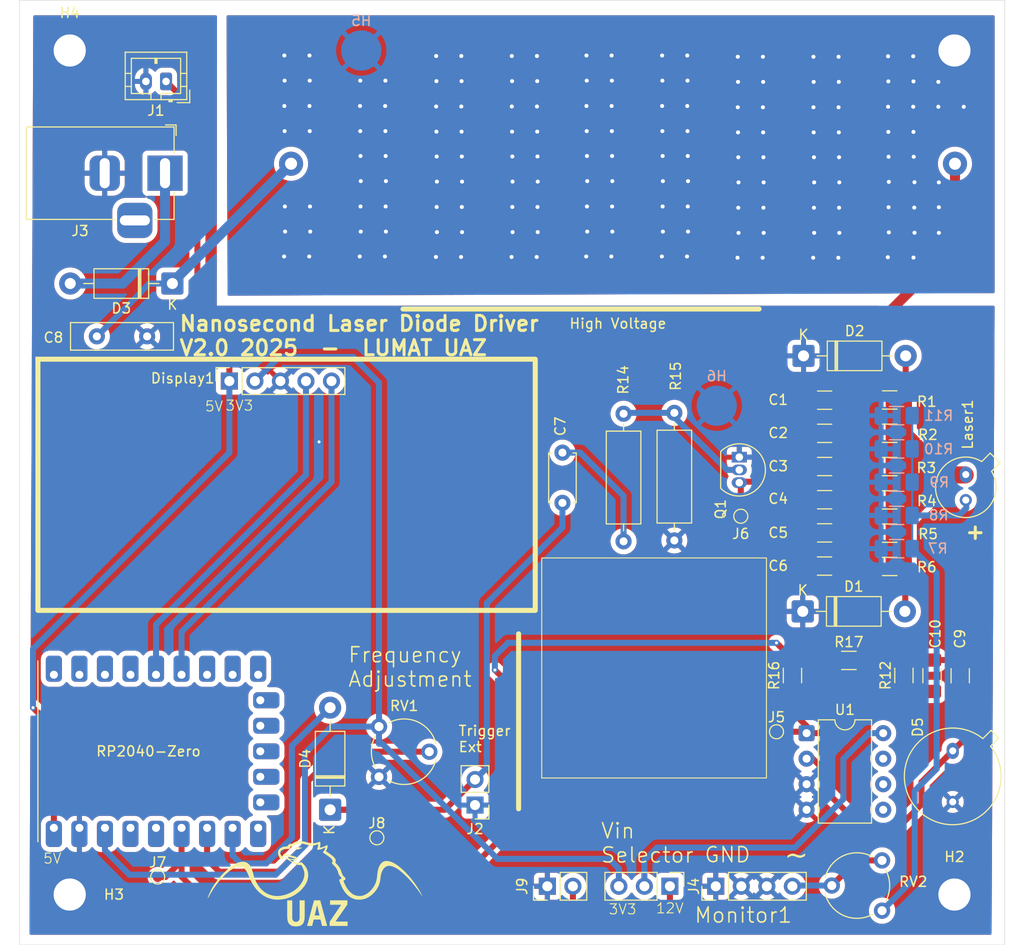
<source format=kicad_pcb>
(kicad_pcb (version 20241229) (generator "pcbnew") (generator_version "9.0")
  (layers (0 "F.Cu" signal) (2 "B.Cu" signal) (13 "F.Paste" user) (15 "B.Paste" user) (5 "F.SilkS" user "F.Silkscreen") (7 "B.SilkS" user "B.Silkscreen") (1 "F.Mask" user) (3 "B.Mask" user) (25 "Edge.Cuts" user))
  (net 0 "")
  (net 1 "Net-(C1-Pad2)")
  (net 2 "Net-(C7-Pad2)")
  (net 3 "Net-(D4-K)")
  (net 4 "GND")
  (net 5 "Net-(D1-A)")
  (net 6 "Net-(D4-A)")
  (net 7 "Net-(Display1-Pin_5)")
  (net 8 "Net-(Display1-Pin_4)")
  (net 9 "Net-(Laser1-Pin_2)")
  (net 10 "Net-(Monitor1-Pin_4)")
  (net 11 "Net-(Q1-B)")
  (net 12 "Net-(RZ1-GP26)")
  (net 14 "Net-(D5-K)")
  (net 27 "Net-(J6-Pin_1)")
  (net 28 "Net-(D3-K)")
  (net 29 "250V")
  (net 30 "/FAN +")
  (net 32 "/3V3")
  (net 33 "/V_OPAMP")
  (net 34 "Net-(J4-Pin_2)")
  (net 35 "/HEATSINK")
  (net 37 "/IO18")
  (net 38 "Net-(J5-Pin_1)")
  (footprint "TestPoint:TestPoint_Pad_D1.0mm" (layer "F.Cu") (at 172.75 106.35)
    (property "Reference" "J6")
    (property "Value" "Conn_01x01_Pin")
  )
  (footprint "Diode_THT:D_DO-41_SOD81_P10.16mm_Horizontal" (layer "F.Cu") (at 131.9 135.56 90)
    (property "Reference" "D4")
    (property "Value" "1N4002")
  )
  (footprint "MountingHole:MountingHole_3.2mm_M3_DIN965_Pad" (layer "F.Cu") (at 106 60)
    (property "Reference" "H4")
    (property "Value" "MountingHole_Pad")
  )
  (footprint "Resistor_THT:R_Axial_Power_L60.0mm_W14.0mm_P66.04mm" (layer "F.Cu") (at 194.055 71.27 180)
    (property "Reference" "R13" (hide yes))
    (property "Value" "1k2")
  )
  (footprint "Resistor_SMD:R_1206_3216Metric_Pad1.30x1.75mm_HandSolder" (layer "F.Cu") (at 183.5 120.7)
    (property "Reference" "R17")
    (property "Value" "10k")
  )
  (footprint "Capacitor_SMD:C_1206_3216Metric_Pad1.33x1.80mm_HandSolder" (layer "F.Cu") (at 181.09 108.008)
    (property "Reference" "C5")
    (property "Value" "47p")
  )
  (footprint "MountingHole:MountingHole_3.2mm_M3_DIN965_Pad" (layer "F.Cu") (at 106 144)
    (property "Reference" "H3")
    (property "Value" "MountingHole_Pad")
  )
  (footprint "TestPoint:TestPoint_Pad_D1.0mm" (layer "F.Cu") (at 176.3 127.8)
    (property "Reference" "J5")
    (property "Value" "Conn_01x01_Pin")
  )
  (footprint "Resistor_SMD:R_1206_3216Metric_Pad1.30x1.75mm_HandSolder" (layer "F.Cu") (at 187.56 111.35)
    (property "Reference" "R6")
    (property "Value" "0")
  )
  (footprint "Connector_BarrelJack:BarrelJack_Horizontal" (layer "F.Cu") (at 115.48 72.21)
    (property "Reference" "J3")
    (property "Value" "Jack-DC")
  )
  (footprint "Package_TO_SOT_THT:TO-5-2_Window" (layer "F.Cu") (at 193.83 129.7 -90)
    (property "Reference" "D5")
    (property "Value" "D_Photo_Filled")
  )
  (footprint "Connector_PinSocket_2.54mm:PinSocket_1x05_P2.54mm_Vertical" (layer "F.Cu") (at 121.88 92.9 90)
    (property "Reference" "Display1")
    (property "Value" "Conn_01x05")
  )
  (footprint "MountingHole:MountingHole_3.2mm_M3_DIN965_Pad" (layer "F.Cu") (at 194 60)
    (property "Reference" "H1" (hide yes))
    (property "Value" "MountingHole_Pad")
  )
  (footprint "Resistor_SMD:R_1206_3216Metric_Pad1.30x1.75mm_HandSolder" (layer "F.Cu") (at 187.56 94.78)
    (property "Reference" "R1")
    (property "Value" "0")
  )
  (footprint "Resistor_SMD:R_1206_3216Metric_Pad1.30x1.75mm_HandSolder" (layer "F.Cu") (at 177.89 122.2 90)
    (property "Reference" "R16")
    (property "Value" "39k")
  )
  (footprint "Capacitor_THT:C_Disc_D4.7mm_W2.5mm_P5.00mm" (layer "F.Cu") (at 155.01 105.02 90)
    (property "Reference" "C7")
    (property "Value" "100nF")
  )
  (footprint "Package_TO_SOT_THT:TO-92_Inline" (layer "F.Cu") (at 172.6 100.47 -90)
    (property "Reference" "Q1")
    (property "Value" "2N3904")
  )
  (footprint "TestPoint:TestPoint_Pad_D1.0mm" (layer "F.Cu") (at 114.75 142.25)
    (property "Reference" "J7")
    (property "Value" "Conn_01x01_Pin")
  )
  (footprint "Capacitor_SMD:C_1206_3216Metric_Pad1.33x1.80mm_HandSolder" (layer "F.Cu") (at 181.09 101.404)
    (property "Reference" "C3")
    (property "Value" "47p")
  )
  (footprint "Connector_PinHeader_2.54mm:PinHeader_1x02_P2.54mm_Vertical" (layer "F.Cu") (at 153.51 143.175 90)
    (property "Reference" "J9")
    (property "Value" "Conn_01x02")
  )
  (footprint "Resistor_SMD:R_1206_3216Metric_Pad1.30x1.75mm_HandSolder" (layer "F.Cu") (at 187.56 108.036)
    (property "Reference" "R5")
    (property "Value" "0")
  )
  (footprint "TestPoint:TestPoint_Pad_D1.0mm" (layer "F.Cu") (at 136.55 138.35)
    (property "Reference" "J8")
    (property "Value" "Conn_01x01_Pin")
  )
  (footprint "Resistor_SMD:R_1206_3216Metric_Pad1.30x1.75mm_HandSolder" (layer "F.Cu") (at 187.56 101.408)
    (property "Reference" "R3")
    (property "Value" "0")
  )
  (footprint "Potentiometer_THT:Potentiometer_Piher_PT-6-V_Vertical" (layer "F.Cu") (at 136.765 132.285)
    (property "Reference" "RV1")
    (property "Value" "R_Potentiometer")
  )
  (footprint "Resistor_SMD:R_1206_3216Metric_Pad1.30x1.75mm_HandSolder" (layer "F.Cu") (at 188.975 122.195 90)
    (property "Reference" "R12")
    (property "Value" "0.5")
  )
  (footprint "Connector_PinHeader_2.54mm:PinHeader_1x04_P2.54mm_Vertical" (layer "F.Cu") (at 170.26 143.175 90)
    (property "Reference" "Monitor1")
    (property "Value" "Conn_01x04")
  )
  (footprint "Package_TO_SOT_THT:TO-46-2_Window" (layer "F.Cu") (at 195.128039 102.201961 -90)
    (property "Reference" "Laser1")
    (property "Value" "Conn_01x02")
  )
  (footprint "RP2040-Zero-Kicad-main:RP2040-Zero" (layer "F.Cu") (at 127.285 139.905 90)
    (property "Reference" "RZ1" (hide yes))
    (property "Value" "RP2040-Zero")
  )
  (footprint "Package_DIP:DIP-8_W7.62mm" (layer "F.Cu") (at 179.295 127.94)
    (property "Reference" "U1")
    (property "Value" "~")
  )
  (footprint "LOGO" (layer "F.Cu") (at 130.079883 140.264046)
    (property "Reference" "G***" (hide yes))
    (property "Value" "LOGO" (hide yes))
  )
  (footprint "Potentiometer_THT:Potentiometer_Piher_PT-6-V_Vertical" (layer "F.Cu") (at 186.8 140.605 180)
    (property "Reference" "RV2")
    (property "Value" "R_Potentiometer")
  )
  (footprint "Capacitor_SMD:C_1206_3216Metric_Pad1.33x1.80mm_HandSolder" (layer "F.Cu") (at 181.09 98.102)
    (property "Reference" "C2")
    (property "Value" "47p")
  )
  (footprint "Capacitor_SMD:C_1206_3216Metric_Pad1.33x1.80mm_HandSolder" (layer "F.Cu") (at 181.09 94.8)
    (property "Reference" "C1")
    (property "Value" "47p")
  )
  (footprint "Capacitor_SMD:C_1206_3216Metric_Pad1.33x1.80mm_HandSolder" (layer "F.Cu") (at 191.775 122.225 -90)
    (property "Reference" "C10")
    (property "Value" "47p")
  )
  (footprint "Capacitor_SMD:C_1206_3216Metric_Pad1.33x1.80mm_HandSolder" (layer "F.Cu") (at 194.575 122.225 -90)
    (property "Reference" "C9")
    (property "Value" "47p")
  )
  (footprint "Connector_PinHeader_2.54mm:PinHeader_1x03_P2.54mm_Vertical" (layer "F.Cu") (at 165.7 143.175 -90)
    (property "Reference" "J4")
    (property "Value" "Conn_01x03")
  )
  (footprint "Diode_THT:D_DO-41_SOD81_P10.16mm_Horizontal" (layer "F.Cu") (at 178.99 90.39)
    (property "Reference" "D2")
    (property "Value" "1N4004")
  )
  (footprint "Diode_THT:D_DO-41_SOD81_P10.16mm_Horizontal" (layer "F.Cu") (at 178.91 115.82)
    (property "Reference" "D1")
    (property "Value" "1N4004")
  )
  (footprint "Capacitor_SMD:C_1206_3216Metric_Pad1.33x1.80mm_HandSolder" (layer "F.Cu") (at 181.0775 111.31)
    (property "Reference" "C6")
    (property "Value" "47p")
  )
  (footprint "Resistor_SMD:R_1206_3216Metric_Pad1.30x1.75mm_HandSolder" (layer "F.Cu") (at 187.56 98.094)
    (property "Reference" "R2")
    (property "Value" "0")
  )
  (footprint "Resistor_SMD:R_1206_3216Metric_Pad1.30x1.75mm_HandSolder" (layer "F.Cu") (at 187.56 104.722)
    (property "Reference" "R4")
    (property "Value" "0")
  )
  (footprint "Resistor_THT:R_Axial_DIN0309_L9.0mm_D3.2mm_P12.70mm_Horizontal" (layer "F.Cu") (at 161.09 96.15 -90)
    (property "Reference" "R14")
    (property "Value" "50")
  )
  (footprint "Connector_JST:JST_PH_B2B-PH-K_1x02_P2.00mm_Vertical" (layer "F.Cu") (at 115.58 63.08 180)
    (property "Reference" "J1")
    (property "Value" "Conn_01x02")
  )
  (footprint "Capacitor_THT:C_Disc_D10.0mm_W2.5mm_P5.00mm" (layer "F.Cu") (at 113.7 88.45 180)
    (property "Reference" "C8")
    (property "Value" "10nF")
  )
  (footprint "Diode_THT:D_DO-41_SOD81_P10.16mm_Horizontal" (layer "F.Cu") (at 116.211889 83.191989 180)
    (property "Reference" "D3")
    (property "Value" "1N4002")
  )
  (footprint "MountingHole:MountingHole_3.2mm_M3_DIN965_Pad" (layer "F.Cu") (at 194 144)
    (property "Reference" "H2")
    (property "Value" "MountingHole_Pad")
  )
  (footprint "Connector_PinHeader_2.54mm:PinHeader_1x02_P2.54mm_Vertical" (layer "F.Cu") (at 146.315 135.095 180)
    (property "Reference" "J2")
    (property "Value" "Conn_01x02")
  )
  (footprint "Capacitor_SMD:C_1206_3216Metric_Pad1.33x1.80mm_HandSolder" (layer "F.Cu") (at 181.09 104.706)
    (property "Reference" "C4")
    (property "Value" "47p")
  )
  (footprint "LOGO" (layer "F.Cu") (at 164.25 124.15)
    (property "Reference" "G***" (hide yes))
    (property "Value" "LOGO" (hide yes))
  )
  (footprint "Resistor_THT:R_Axial_DIN0309_L9.0mm_D3.2mm_P12.70mm_Horizontal" (layer "F.Cu") (at 166.14 96.06 -90)
    (property "Reference" "R15")
    (property "Value" "10k")
  )
  (footprint "Resistor_SMD:R_1206_3216Metric_Pad1.30x1.75mm_HandSolder" (layer "B.Cu") (at 188.25 106.27)
    (property "Reference" "R8")
    (property "Value" "0.5")
  )
  (footprint "Mounting_Wuerth:Mounting_Wuerth_WA-SMSI-M1.6_H2.5mm_ThreadDepth1.5mm_NoNPTH_97730256330" (layer "B.Cu") (at 170.355 95.355 180)
    (property "Reference" "H6")
    (property "Value" "MountingHole_Pad")
  )
  (footprint "Resistor_SMD:R_1206_3216Metric_Pad1.30x1.75mm_HandSolder" (layer "B.Cu") (at 188.25 102.96)
    (property "Reference" "R9")
    (property "Value" "0.5")
  )
  (footprint "Mounting_Wuerth:Mounting_Wuerth_WA-SMSI-M1.6_H2.5mm_ThreadDepth1.5mm_NoNPTH_97730256330" (layer "B.Cu") (at 135 60 180)
    (property "Reference" "H5")
    (property "Value" "MountingHole_Pad")
  )
  (footprint "Resistor_SMD:R_1206_3216Metric_Pad1.30x1.75mm_HandSolder" (layer "B.Cu") (at 188.25 96.34)
    (property "Reference" "R11")
    (property "Value" "0.5")
  )
  (footprint "Resistor_SMD:R_1206_3216Metric_Pad1.30x1.75mm_HandSolder" (layer "B.Cu") (at 188.25 99.65)
    (property "Reference" "R10")
    (property "Value" "0.5")
  )
  (footprint "Resistor_SMD:R_1206_3216Metric_Pad1.30x1.75mm_HandSolder" (layer "B.Cu") (at 188.25 109.58)
    (property "Reference" "R7")
    (property "Value" "0.5")
  )
  (gr_poly (pts (xy 178.07 103.28) (xy 174.89 103.28) (xy 178.07 106.68) (xy 178.07 106.29)) (stroke (width 0.2)) (fill yes) (layer "F.Cu") (net 27))
  (gr_poly (pts (xy 189.16 102.18) (xy 192.34 102.18) (xy 189.16 98.78) (xy 189.16 99.17)) (stroke (width 0.2)) (fill yes) (layer "F.Cu") (net 5))
  (gr_rect (start 182.75 94) (end 185.99 112.115) (stroke (width 0.2)) (fill yes) (layer "F.Cu") (net 1))
  (gr_poly (pts (xy 189.44 102.03) (xy 189.44 105.21) (xy 192.84 102.03) (xy 192.45 102.03)) (stroke (width 0.2)) (fill yes) (layer "F.Cu") (net 5))
  (gr_poly (pts (xy 178.05 102.72) (xy 178.05 99.54) (xy 174.65 102.72) (xy 175.04 102.72)) (stroke (width 0.2)) (fill yes) (layer "F.Cu") (net 27))
  (gr_rect (start 152.95 110.5) (end 175.3 132.4) (stroke (width 0.1)) (fill no) (layer "F.SilkS"))
  (gr_line (start 139.15 85.73) (end 174.57 85.73) (stroke (width 0.5)) (layer "F.SilkS"))
  (gr_rect (start 102.835 90.72) (end 152.305 115.72) (stroke (width 0.5)) (fill no) (layer "F.SilkS"))
  (gr_line (start 150.65 118.055) (end 150.65 135.465) (stroke (width 0.5)) (layer "F.SilkS"))
  (gr_rect (start 101 55) (end 199 149) (stroke (width 0.05)) (fill no) (layer "Edge.Cuts"))
  (gr_text "5V" (at 119.39 96 0) (layer "F.SilkS") (effects (font (size 1 1) (thickness 0.1)) (justify left bottom)))
  (gr_text "GND" (at 169.04 140.92 0) (layer "F.SilkS") (effects (font (size 1.5 1.5)) (justify left bottom)))
  (gr_text "UAZ" (at 127.45 147.55 0) (layer "F.SilkS") (effects (font (size 2.5 2.5) (thickness 0.6) (bold yes)) (justify left bottom)))
  (gr_text "~" (at 177.1 141.35 0) (layer "F.SilkS") (effects (font (size 2 2) (thickness 0.2)) (justify left bottom)))
  (gr_text "3V3" (at 121.43 95.92 0) (layer "F.SilkS") (effects (font (size 1 1) (thickness 0.1)) (justify left bottom)))
  (gr_text "Frequency\nAdjustment" (at 133.61 123.44 0) (layer "F.SilkS") (effects (font (size 1.5 1.5)) (justify left bottom)))
  (gr_text "Nanosecond Laser Diode Driver\nV2.0 2025  -  LUMAT UAZ" (at 116.775 90.475 0) (layer "F.SilkS") (effects (font (size 1.5 1.5) (thickness 0.3) (bold yes)) (justify left bottom)))
  (gr_text "5V\n" (at 103.3 141 0) (layer "F.SilkS") (effects (font (size 1 1) (thickness 0.1)) (justify left bottom)))
  (gr_text "3V3" (at 159.55 146.05 0) (layer "F.SilkS") (effects (font (size 1 1) (thickness 0.1)) (justify left bottom)))
  (gr_text "Trigger\nExt\n" (at 144.6 129.9 0) (layer "F.SilkS") (effects (font (size 1 1)) (justify left bottom)))
  (gr_text "12V" (at 164.25 145.95 0) (layer "F.SilkS") (effects (font (size 1 1) (thickness 0.1)) (justify left bottom)))
  (gr_text "+" (at 194.95 108.76 0) (layer "F.SilkS") (effects (font (size 1.5 1.5) (thickness 0.3) (bold yes)) (justify left bottom)))
  (gr_text "High Voltage" (at 155.62 87.76 0) (layer "F.SilkS") (effects (font (size 1 1)) (justify left bottom)))
  (gr_text "Vin\nSelector" (at 158.75 140.95 0) (layer "F.SilkS") (effects (font (size 1.5 1.5)) (justify left bottom)))
  (segment (start 186.01 94.78) (end 186.01 111.18) (width 0.6) (layer "F.Cu") (net 1))
  (segment (start 182.6525 94.59) (end 182.6525 111.34) (width 0.6) (layer "F.Cu") (net 1))
  (segment (start 155.01 100.02) (end 156.78 100.02) (width 0.6) (layer "B.Cu") (net 2))
  (segment (start 161.09 104.33) (end 161.09 108.85) (width 0.6) (layer "B.Cu") (net 2))
  (segment (start 156.78 100.02) (end 161.09 104.33) (width 0.6) (layer "B.Cu") (net 2))
  (segment (start 143.31 135.56) (end 131.9 135.56) (width 0.6) (layer "F.Cu") (net 3))
  (segment (start 131.9 135.56) (end 133.76 135.56) (width 0.6) (layer "F.Cu") (net 3))
  (segment (start 133.76 135.56) (end 136.55 138.35) (width 0.6) (layer "F.Cu") (net 3))
  (segment (start 146.315 132.555) (end 143.31 135.56) (width 0.6) (layer "F.Cu") (net 3))
  (segment (start 155.01 105.02) (end 155.01 107.47) (width 0.6) (layer "B.Cu") (net 3))
  (segment (start 155.01 107.47) (end 147.49 114.99) (width 0.6) (layer "B.Cu") (net 3))
  (segment (start 147.49 114.99) (end 147.49 131.38) (width 0.6) (layer "B.Cu") (net 3))
  (segment (start 147.49 131.38) (end 146.315 132.555) (width 0.6) (layer "B.Cu") (net 3))
  (segment (start 175.795 143.105) (end 175.725 143.175) (width 0.6) (layer "F.Cu") (net 4))
  (via (at 130.8 98.95) (size 0.6) (drill 0.3) (layers "F.Cu" "B.Cu") (net 4))
  (segment (start 186.7 99.65) (end 186.7 96.34) (width 0.2) (layer "B.Cu") (net 4))
  (segment (start 186.7 109.58) (end 186.7 106.27) (width 0.2) (layer "B.Cu") (net 4))
  (segment (start 186.7 96.34) (end 186.7 106.27) (width 0.2) (layer "B.Cu") (net 4))
  (segment (start 186.7 99.65) (end 186.7 102.96) (width 0.2) (layer "B.Cu") (net 4))
  (segment (start 189.11 106.47) (end 189.11 108.02) (width 0.6) (layer "F.Cu") (net 5))
  (segment (start 189.11 106.07) (end 189.11 108.02) (width 0.6) (layer "F.Cu") (net 5))
  (segment (start 189.11 98.09) (end 189.11 94.78) (width 1.3) (layer "F.Cu") (net 5))
  (segment (start 193.62 102.11) (end 189.11 106.62) (width 1.3) (layer "F.Cu") (net 5))
  (segment (start 189.11 94.78) (end 189.11 111.18) (width 1.3) (layer "F.Cu") (net 5))
  (segment (start 189.11 111.35) (end 189.11 115.78) (width 0.6) (layer "F.Cu") (net 5))
  (segment (start 193.26 102.24) (end 189.11 98.09) (width 1.3) (layer "F.Cu") (net 5))
  (segment (start 189.11 94.78) (end 189.11 97.12) (width 1.3) (layer "F.Cu") (net 5))
  (segment (start 195.066078 102.24) (end 193.26 102.24) (width 1.7) (layer "F.Cu") (net 5))
  (segment (start 189.11 106.62) (end 189.11 108.036) (width 1.3) (layer "F.Cu") (net 5))
  (segment (start 189.15 90.39) (end 189.15 94.74) (width 0.6) (layer "F.Cu") (net 5))
  (segment (start 189.11 115.78) (end 189.07 115.82) (width 0.6) (layer "F.Cu") (net 5))
  (segment (start 189.15 94.74) (end 189.11 94.78) (width 0.6) (layer "F.Cu") (net 5))
  (segment (start 128.099 138.351) (end 125.55 140.9) (width 0.6) (layer "B.Cu") (net 6))
  (segment (start 125.55 140.9) (end 123 140.9) (width 0.6) (layer "B.Cu") (net 6))
  (segment (start 123 140.9) (end 122.205 140.105) (width 0.6) (layer "B.Cu") (net 6))
  (segment (start 131.9 125.4) (end 128.099 129.201) (width 0.6) (layer "B.Cu") (net 6))
  (segment (start 128.099 129.201) (end 128.099 138.351) (width 0.6) (layer "B.Cu") (net 6))
  (segment (start 122.205 140.105) (end 122.205 137.365) (width 0.6) (layer "B.Cu") (net 6))
  (segment (start 117.125 117.85) (end 132.04 102.935) (width 0.6) (layer "B.Cu") (net 7))
  (segment (start 132.04 102.935) (end 132.04 92.9) (width 0.6) (layer "B.Cu") (net 7))
  (segment (start 117.125 122.125) (end 117.125 117.85) (width 0.6) (layer "B.Cu") (net 7))
  (segment (start 114.585 117.14) (end 114.585 122.125) (width 0.6) (layer "B.Cu") (net 8))
  (segment (start 129.5 92.9) (end 129.5 102.225) (width 0.6) (layer "B.Cu") (net 8))
  (segment (start 129.5 102.225) (end 114.585 117.14) (width 0.6) (layer "B.Cu") (net 8))
  (segment (start 194.44 106.27) (end 189.8 106.27) (width 0.6) (layer "B.Cu") (net 9))
  (segment (start 189.8 102.96) (end 189.8 106.27) (width 0.2) (layer "B.Cu") (net 9))
  (segment (start 189.8 109.58) (end 192.23 112.01) (width 0.6) (layer "B.Cu") (net 9))
  (segment (start 190.05 142.355) (end 186.8 145.605) (width 0.6) (layer "B.Cu") (net 9))
  (segment (start 192.23 131.495) (end 190.05 133.675) (width 0.6) (layer "B.Cu") (net 9))
  (segment (start 189.8 99.65) (end 189.8 96.34) (width 0.2) (layer "B.Cu") (net 9))
  (segment (start 195.178039 105.531961) (end 194.44 106.27) (width 0.6) (layer "B.Cu") (net 9))
  (segment (start 189.8 99.65) (end 189.8 102.96) (width 0.2) (layer "B.Cu") (net 9))
  (segment (start 195.178039 104.891961) (end 195.178039 105.531961) (width 0.6) (layer "B.Cu") (net 9))
  (segment (start 190.05 133.675) (end 190.05 142.355) (width 0.6) (layer "B.Cu") (net 9))
  (segment (start 192.23 112.01) (end 192.23 131.495) (width 0.6) (layer "B.Cu") (net 9))
  (segment (start 189.8 109.58) (end 189.8 106.27) (width 0.2) (layer "B.Cu") (net 9))
  (segment (start 184.3 140.605) (end 181.8 143.105) (width 0.6) (layer "F.Cu") (net 10))
  (segment (start 186.8 140.605) (end 184.3 140.605) (width 0.6) (layer "F.Cu") (net 10))
  (segment (start 177.95 143.105) (end 177.88 143.175) (width 0.6) (layer "B.Cu") (net 10))
  (segment (start 181.8 143.105) (end 177.95 143.105) (width 0.6) (layer "B.Cu") (net 10))
  (segment (start 171.393 101.74) (end 172.6 101.74) (width 0.6) (layer "B.Cu") (net 11))
  (segment (start 166.14 96.487) (end 171.393 101.74) (width 0.6) (layer "B.Cu") (net 11))
  (segment (start 166.14 96.06) (end 166.14 96.487) (width 0.6) (layer "B.Cu") (net 11))
  (segment (start 166.14 96.06) (end 161.18 96.06) (width 0.6) (layer "B.Cu") (net 11))
  (segment (start 161.18 96.06) (end 161.09 96.15) (width 0.6) (layer "B.Cu") (net 11))
  (segment (start 119.665 140.515) (end 119.665 137.365) (width 0.6) (layer "F.Cu") (net 12))
  (segment (start 141.765 129.785) (end 132.615 129.785) (width 0.6) (layer "F.Cu") (net 12))
  (segment (start 120.875 141.725) (end 119.665 140.515) (width 0.6) (layer "F.Cu") (net 12))
  (segment (start 126.75 141.725) (end 120.875 141.725) (width 0.6) (layer "F.Cu") (net 12))
  (segment (start 129.725 138.75) (end 126.75 141.725) (width 0.6) (layer "F.Cu") (net 12))
  (segment (start 129.725 132.675) (end 129.725 138.75) (width 0.6) (layer "F.Cu") (net 12))
  (segment (start 132.615 129.785) (end 129.725 132.675) (width 0.6) (layer "F.Cu") (net 12))
  (segment (start 190.725 135.025) (end 188.575 137.175) (width 0.6) (layer "F.Cu") (net 14))
  (segment (start 193.83 129.7) (end 190.725 132.805) (width 0.6) (layer "F.Cu") (net 14))
  (segment (start 196.575 122.6625) (end 196.575 126.955) (width 0.6) (layer "F.Cu") (net 14))
  (segment (start 191.7575 120.645) (end 191.775 120.6625) (width 0.6) (layer "F.Cu") (net 14))
  (segment (start 191.775 120.6625) (end 194.575 120.6625) (width 0.6) (layer "F.Cu") (net 14))
  (segment (start 181.1 133.6) (end 181.075 133.6) (width 0.6) (layer "F.Cu") (net 14))
  (segment (start 188.975 120.645) (end 188.975 120.9875) (width 0.6) (layer "F.Cu") (net 14))
  (segment (start 181.075 133.6) (end 180.95 133.475) (width 0.6) (layer "F.Cu") (net 14))
  (segment (start 180.95 133.475) (end 180.95 131.525) (width 0.6) (layer "F.Cu") (net 14))
  (segment (start 180.95 131.525) (end 179.905 130.48) (width 0.6) (layer "F.Cu") (net 14))
  (segment (start 188.975 120.645) (end 191.7575 120.645) (width 0.6) (layer "F.Cu") (net 14))
  (segment (start 196.575 126.955) (end 193.83 129.7) (width 0.6) (layer "F.Cu") (net 14))
  (segment (start 194.575 120.6625) (end 196.575 122.6625) (width 0.6) (layer "F.Cu") (net 14))
  (segment (start 188.575 137.175) (end 184.675 137.175) (width 0.6) (layer "F.Cu") (net 14))
  (segment (start 190.725 132.805) (end 190.725 135.025) (width 0.6) (layer "F.Cu") (net 14))
  (segment (start 184.675 137.175) (end 181.1 133.6) (width 0.6) (layer "F.Cu") (net 14))
  (segment (start 179.905 130.48) (end 179.295 130.48) (width 0.6) (layer "F.Cu") (net 14))
  (segment (start 188.975 120.645) (end 188.975 120.9) (width 0.6) (layer "F.Cu") (net 14))
  (segment (start 179.24 107.99) (end 179.5275 107.99) (width 0.6) (layer "F.Cu") (net 27))
  (segment (start 172.75 103.16) (end 172.6 103.01) (width 0.6) (layer "F.Cu") (net 27))
  (segment (start 179.5275 104.64) (end 179.5275 102.9825) (width 1.2) (layer "F.Cu") (net 27))
  (segment (start 179.5275 93.9925) (end 194.055 79.465) (width 1) (layer "F.Cu") (net 27))
  (segment (start 174.26 103.01) (end 179.24 107.99) (width 0.6) (layer "F.Cu") (net 27))
  (segment (start 179.47 103.04) (end 179.5275 102.9825) (width 0.6) (layer "F.Cu") (net 27))
  (segment (start 179.25 97.94) (end 179.5275 97.94) (width 0.6) (layer "F.Cu") (net 27))
  (segment (start 172.75 106.35) (end 172.75 103.16) (width 0.6) (layer "F.Cu") (net 27))
  (segment (start 179.5275 102.9825) (end 179.5275 101.29) (width 1.2) (layer "F.Cu") (net 27))
  (segment (start 172.7 102.91) (end 177.7315 102.91) (width 0.6) (layer "F.Cu") (net 27))
  (segment (start 178.99 95.1275) (end 178.99 110.8025) (width 1.8) (layer "F.Cu") (net 27))
  (segment (start 174.18 103.01) (end 179.25 97.94) (width 0.6) (layer "F.Cu") (net 27))
  (segment (start 172.6 103.01) (end 172.7 102.91) (width 0.6) (layer "F.Cu") (net 27))
  (segment (start 177.7315 102.91) (end 179.5275 104.706) (width 0.6) (layer "F.Cu") (net 27))
  (segment (start 194.055 79.465) (end 194.055 71.27) (width 1) (layer "F.Cu") (net 27))
  (segment (start 116.211889 83.073111) (end 116.211889 83.191989) (width 0.6) (layer "B.Cu") (net 28))
  (segment (start 128.015 71.27) (end 116.211889 83.073111) (width 1) (layer "B.Cu") (net 28))
  (segment (start 113.1 84) (end 113.1 84.05) (width 0.6) (layer "B.Cu") (net 28))
  (segment (start 113.1 84.05) (end 108.7 88.45) (width 0.6) (layer "B.Cu") (net 28))
  (segment (start 113.908011 83.191989) (end 113.1 84) (width 0.6) (layer "B.Cu") (net 28))
  (segment (start 116.211889 83.191989) (end 113.908011 83.191989) (width 0.6) (layer "B.Cu") (net 28))
  (segment (start 115.48 78.99) (end 111.278011 83.191989) (width 1) (layer "B.Cu") (net 29))
  (segment (start 111.278011 83.191989) (end 106.051889 83.191989) (width 1) (layer "B.Cu") (net 29))
  (segment (start 115.48 72.21) (end 115.48 78.99) (width 1) (layer "B.Cu") (net 29))
  (segment (start 118.7 66.2) (end 118.7 88) (width 0.6) (layer "F.Cu") (net 30))
  (segment (start 121.88 91.18) (end 121.88 92.9) (width 0.6) (layer "F.Cu") (net 30))
  (segment (start 104.425 127.475) (end 102.35 125.4) (width 0.6) (layer "F.Cu") (net 30))
  (segment (start 104.425 137.365) (end 104.425 127.475) (width 0.6) (layer "F.Cu") (net 30))
  (segment (start 118.7 88) (end 121.88 91.18) (width 0.6) (layer "F.Cu") (net 30))
  (segment (start 115.58 63.08) (end 118.7 66.2) (width 0.6) (layer "F.Cu") (net 30))
  (via (at 102.35 125.4) (size 0.6) (drill 0.3) (layers "F.Cu" "B.Cu") (net 30))
  (segment (start 121.88 100.02) (end 121.88 92.9) (width 0.6) (layer "B.Cu") (net 30))
  (segment (start 102.35 125.4) (end 102.35 119.55) (width 0.6) (layer "B.Cu") (net 30))
  (segment (start 102.35 119.55) (end 121.88 100.02) (width 0.6) (layer "B.Cu") (net 30))
  (segment (start 136.765 128.99) (end 137.09 128.99) (width 0.6) (layer "B.Cu") (net 32))
  (segment (start 132.04 127.285) (end 129.4 129.925) (width 0.6) (layer "B.Cu") (net 32))
  (segment (start 109.505 139.58) (end 109.505 137.365) (width 0.6) (layer "B.Cu") (net 32))
  (segment (start 124.42 92.9) (end 126.82 90.5) (width 0.6) (layer "B.Cu") (net 32))
  (segment (start 136.765 127.285) (end 136.765 128.99) (width 0.6) (layer "B.Cu") (net 32))
  (segment (start 136.765 127.285) (end 132.04 127.285) (width 0.6) (layer "B.Cu") (net 32))
  (segment (start 129.4 129.925) (end 129.4 139.1) (width 0.6) (layer "B.Cu") (net 32))
  (segment (start 159.65 140.45) (end 160.62 141.42) (width 0.6) (layer "B.Cu") (net 32))
  (segment (start 148.55 140.45) (end 159.65 140.45) (width 0.6) (layer "B.Cu") (net 32))
  (segment (start 129.4 139.1) (end 126.475 142.025) (width 0.6) (layer "B.Cu") (net 32))
  (segment (start 126.475 142.025) (end 111.95 142.025) (width 0.6) (layer "B.Cu") (net 32))
  (segment (start 111.95 142.025) (end 109.505 139.58) (width 0.6) (layer "B.Cu") (net 32))
  (segment (start 126.82 90.5) (end 134.2 90.5) (width 0.6) (layer "B.Cu") (net 32))
  (segment (start 136.765 93.065) (end 136.765 127.285) (width 0.6) (layer "B.Cu") (net 32))
  (segment (start 160.62 141.42) (end 160.62 143.175) (width 0.6) (layer "B.Cu") (net 32))
  (segment (start 137.09 128.99) (end 148.55 140.45) (width 0.6) (layer "B.Cu") (net 32))
  (segment (start 134.2 90.5) (end 136.765 93.065) (width 0.6) (layer "B.Cu") (net 32))
  (segment (start 165.7 143.175) (end 165.7 145.55) (width 0.6) (layer "F.Cu") (net 33))
  (segment (start 157.5 146.05) (end 156.05 144.6) (width 0.6) (layer "F.Cu") (net 33))
  (segment (start 156.05 144.6) (end 156.05 143.175) (width 0.6) (layer "F.Cu") (net 33))
  (segment (start 165.7 145.55) (end 165.2 146.05) (width 0.6) (layer "F.Cu") (net 33))
  (segment (start 165.2 146.05) (end 157.5 146.05) (width 0.6) (layer "F.Cu") (net 33))
  (segment (start 178.125 139.325) (end 182.95 134.5) (width 0.6) (layer "B.Cu") (net 34))
  (segment (start 182.95 134.5) (end 182.95 130.505) (width 0.6) (layer "B.Cu") (net 34))
  (segment (start 182.95 130.505) (end 185.515 127.94) (width 0.6) (layer "B.Cu") (net 34))
  (segment (start 185.515 127.94) (end 186.915 127.94) (width 0.6) (layer "B.Cu") (net 34))
  (segment (start 164.425 139.325) (end 178.125 139.325) (width 0.6) (layer "B.Cu") (net 34))
  (segment (start 163.16 143.175) (end 163.16 140.59) (width 0.6) (layer "B.Cu") (net 34))
  (segment (start 163.16 140.59) (end 164.425 139.325) (width 0.6) (layer "B.Cu") (net 34))
  (via (at 159.95 70.5) (size 0.8) (drill 0.4) (layers "F.Cu" "B.Cu") (net 35))
  (via (at 129.9 75.525) (size 0.8) (drill 0.4) (layers "F.Cu" "B.Cu") (net 35))
  (via (at 150.05 73.05) (size 0.8) (drill 0.4) (layers "F.Cu" "B.Cu") (net 35))
  (via (at 179.975 65.65) (size 0.8) (drill 0.4) (layers "F.Cu" "B.Cu") (net 35))
  (via (at 164.9 80.5) (size 0.8) (drill 0.4) (layers "F.Cu" "B.Cu") (net 35))
  (via (at 149.975 65.575) (size 0.8) (drill 0.4) (layers "F.Cu" "B.Cu") (net 35))
  (via (at 157.45 70.5) (size 0.8) (drill 0.4) (layers "F.Cu" "B.Cu") (net 35))
  (via (at 159.975 78.025) (size 0.8) (drill 0.4) (layers "F.Cu" "B.Cu") (net 35))
  (via (at 192.4 63.125) (size 0.8) (drill 0.4) (layers "F.Cu" "B.Cu") (net 35))
  (via (at 134.95 78.025) (size 0.8) (drill 0.4) (layers "F.Cu" "B.Cu") (net 35))
  (via (at 164.925 60.5) (size 0.8) (drill 0.4) (layers "F.Cu" "B.Cu") (net 35))
  (via (at 137.35 80.5) (size 0.8) (drill 0.4) (layers "F.Cu" "B.Cu") (net 35))
  (via (at 152.5 63.05) (size 0.8) (drill 0.4) (layers "F.Cu" "B.Cu") (net 35))
  (via (at 172.525 73.125) (size 0.8) (drill 0.4) (layers "F.Cu" "B.Cu") (net 35))
  (via (at 150.025 70.55) (size 0.8) (drill 0.4) (layers "F.Cu" "B.Cu") (net 35))
  (via (at 129.875 68.025) (size 0.8) (drill 0.4) (layers "F.Cu" "B.Cu") (net 35))
  (via (at 187.475 78.1) (size 0.8) (drill 0.4) (layers "F.Cu" "B.Cu") (net 35))
  (via (at 182.55 78.15) (size 0.8) (drill 0.4) (layers "F.Cu" "B.Cu") (net 35))
  (via (at 157.425 68.025) (size 0.8) (drill 0.4) (layers "F.Cu" "B.Cu") (net 35))
  (via (at 159.9 60.5) (size 0.8) (drill 0.4) (layers "F.Cu" "B.Cu") (net 35))
  (via (at 129.925 78.025) (size 0.8) (drill 0.4) (layers "F.Cu" "B.Cu") (net 35))
  (via (at 172.475 63.125) (size 0.8) (drill 0.4) (layers "F.Cu" "B.Cu") (net 35))
  (via (at 172.45 65.65) (size 0.8) (drill 0.4) (layers "F.Cu" "B.Cu") (net 35))
  (via (at 180.05 73.125) (size 0.8) (drill 0.4) (layers "F.Cu" "B.Cu") (net 35))
  (via (at 127.425 78.025) (size 0.8) (drill 0.4) (layers "F.Cu" "B.Cu") (net 35))
  (via (at 164.925 65.525) (size 0.8) (drill 0.4) (layers "F.Cu" "B.Cu") (net 35))
  (via (at 142.475 68.075) (size 0.8) (drill 0.4) (layers "F.Cu" "B.Cu") (net 35))
  (via (at 187.425 63.075) (size 0.8) (drill 0.4) (layers "F.Cu" "B.Cu") (net 35))
  (via (at 152.475 65.575) (size 0.8) (drill 0.4) (layers "F.Cu" "B.Cu") (net 35))
  (via (at 187.425 68.1) (size 0.8) (drill 0.4) (layers "F.Cu" "B.Cu") (net 35))
  (via (at 127.35 65.525) (size 0.8) (drill 0.4) (layers "F.Cu" "B.Cu") (net 35))
  (via (at 157.45 75.525) (size 0.8) (drill 0.4) (layers "F.Cu" "B.Cu") (net 35))
  (via (at 189.925 63.075) (size 0.8) (drill 0.4) (layers "F.Cu" "B.Cu") (net 35))
  (via (at 150.025 75.575) (size 0.8) (drill 0.4) (layers "F.Cu" "B.Cu") (net 35))
  (via (at 129.85 60.5) (size 0.8) (drill 0.4) (layers "F.Cu" "B.Cu") (net 35))
  (via (at 127.325 80.5) (size 0.8) (drill 0.4) (layers "F.Cu" "B.Cu") (net 35))
  (via (at 145.025 78.075) (size 0.8) (drill 0.4) (layers "F.Cu" "B.Cu") (net 35))
  (via (at 189.925 68.1) (size 0.8) (drill 0.4) (layers "F.Cu" "B.Cu") (net 35))
  (via (at 174.925 80.625) (size 0.8) (drill 0.4) (layers "F.Cu" "B.Cu") (net 35))
  (via (at 174.95 65.65) (size 0.8) (drill 0.4) (layers "F.Cu" "B.Cu") (net 35))
  (via (at 167.475 70.5) (size 0.8) (drill 0.4) (layers "F.Cu" "B.Cu") (net 35))
  (via (at 189.93 80.61) (size 0.8) (drill 0.4) (layers "F.Cu" "B.Cu") (net 35))
  (via (at 187.475 73.075) (size 0.8) (drill 0.4) (layers "F.Cu" "B.Cu") (net 35))
  (via (at 142.45 65.575) (size 0.8) (drill 0.4) (layers "F.Cu" "B.Cu") (net 35))
  (via (at 152.475 60.55) (size 0.8) (drill 0.4) (layers "F.Cu" "B.Cu") (net 35))
  (via (at 180 68.15) (size 0.8) (drill 0.4) (layers "F.Cu" "B.Cu") (net 35))
  (via (at 159.875 80.5) (size 0.8) (drill 0.4) (layers "F.Cu" "B.Cu") (net 35))
  (via (at 180 63.125) (size 0.8) (drill 0.4) (layers "F.Cu" "B.Cu") (net 35))
  (via (at 164.975 70.5) (size 0.8) (drill 0.4) (layers "F.Cu" "B.Cu") (net 35))
  (via (at 167.5 73) (size 0.8) (drill 0.4) (layers "F.Cu" "B.Cu") (net 35))
  (via (at 157.475 78.025) (size 0.8) (drill 0.4) (layers "F.Cu" "B.Cu") (net 35))
  (via (at 149.95 80.55) (size 0.8) (drill 0.4) (layers "F.Cu" "B.Cu") (net 35))
  (via (at 189.9 65.6) (size 0.8) (drill 0.4) (layers "F.Cu" "B.Cu") (net 35))
  (via (at 180.025 70.625) (size 0.8) (drill 0.4) (layers "F.Cu" "B.Cu") (net 35))
  (via (at 175.025 78.15) (size 0.8) (drill 0.4) (layers "F.Cu" "B.Cu") (net 35))
  (via (at 180.025 75.65) (size 0.8) (drill 0.4) (layers "F.Cu" "B.Cu") (net 35))
  (via (at 137.4 68.025) (size 0.8) (drill 0.4) (layers "F.Cu" "B.Cu") (net 35))
  (via (at 129.85 65.525) (size 0.8) (drill 0.4) (layers "F.Cu" "B.Cu") (net 35))
  (via (at 182.5 68.15) (size 0.8) (drill 0.4) (layers "F.Cu" "B.Cu") (net 35))
  (via (at 145 75.575) (size 0.8) (drill 0.4) (layers "F.Cu" "B.Cu") (net 35))
  (via (at 142.525 78.075) (size 0.8) (drill 0.4) (layers "F.Cu" "B.Cu") (net 35))
  (via (at 157.4 60.5) (size 0.8) (drill 0.4) (layers "F.Cu" "B.Cu") (net 35))
  (via (at 174.975 63.125) (size 0.8) (drill 0.4) (layers "F.Cu" "B.Cu") (net 35))
  (via (at 134.875 65.525) (size 0.8) (drill 0.4) (layers "F.Cu" "B.Cu") (net 35))
  (via (at 192.45 75.6) (size 0.8) (drill 0.4) (layers "F.Cu" "B.Cu") (net 35))
  (via (at 192.45 73.125) (size 0.8) (drill 0.4) (layers "F.Cu" "B.Cu") (net 35))
  (via (at 192.45 78.15) (size 0.8) (drill 0.4) (layers "F.Cu" "B.Cu") (net 35))
  (via (at 134.9 63) (size 0.8) (drill 0.4) (layers "F.Cu" "B.Cu") (net 35))
  (via (at 127.375 63) (size 0.8) (drill 0.4) (layers "F.Cu" "B.Cu") (net 35))
  (via (at 157.425 63) (size 0.8) (drill 0.4) (layers "F.Cu" "B.Cu") (net 35))
  (via (at 172.425 80.625) (size 0.8) (drill 0.4) (layers "F.Cu" "B.Cu") (net 35))
  (via (at 137.45 78.025) (size 0.8) (drill 0.4) (layers "F.Cu" "B.Cu") (net 35))
  (via (at 144.95 65.575) (size 0.8) (drill 0.4) (layers "F.Cu" "B.Cu") (net 35))
  (via (at 134.925 75.525) (size 0.8) (drill 0.4) (layers "F.Cu" "B.Cu") (net 35))
  (via (at 187.4 65.6) (size 0.8) (drill 0.4) (layers "F.Cu" "B.Cu") (net 35))
  (via (at 192.4 65.6) (size 0.8) (drill 0.4) (layers "F.Cu" "B.Cu") (net 35))
  (via (at 167.425 65.525) (size 0.8) (drill 0.4) (layers "F.Cu" "B.Cu") (net 35))
  (via (at 172.45 60.625) (size 0.8) (drill 0.4) (layers "F.Cu" "B.Cu") (net 35))
  (via (at 167.425 60.5) (size 0.8) (drill 0.4) (layers "F.Cu" "B.Cu") (net 35))
  (via (at 189.9 60.575) (size 0.8) (drill 0.4) (layers "F.Cu" "B.Cu") (net 35))
  (via (at 142.5 70.55) (size 0.8) (drill 0.4) (layers "F.Cu" "B.Cu") (net 35))
  (via (at 152.55 78.075) (size 0.8) (drill 0.4) (layers "F.Cu" "B.Cu") (net 35))
  (via (at 129.825 80.5) (size 0.8) (drill 0.4) (layers "F.Cu" "B.Cu") (net 35))
  (via (at 167.5 78.025) (size 0.8) (drill 0.4) (layers "F.Cu" "B.Cu") (net 35))
  (via (at 187.45 70.575) (size 0.8) (drill 0.4) (layers "F.Cu" "B.Cu") (net 35))
  (via (at 179.975 60.625) (size 0.8) (drill 0.4) (layers "F.Cu" "B.Cu") (net 35))
  (via (at 182.5 63.125) (size 0.8) (drill 0.4) (layers "F.Cu" "B.Cu") (net 35))
  (via (at 145.025 73.05) (size 0.8) (drill 0.4) (layers "F.Cu" "B.Cu") (net 35))
  (via (at 134.9 68.025) (size 0.8) (drill 0.4) (layers "F.Cu" "B.Cu") (net 35))
  (via (at 157.475 73) (size 0.8) (drill 0.4) (layers "F.Cu" "B.Cu") (net 35))
  (via (at 137.45 73) (size 0.8) (drill 0.4) (layers "F.Cu" "B.Cu") (net 35))
  (via (at 190.03 73.11) (size 0.8) (drill 0.4) (layers "F.Cu" "B.Cu") (net 35))
  (via (at 164.95 68.025) (size 0.8) (drill 0.4) (layers "F.Cu" "B.Cu") (net 35))
  (via (at 167.4 80.5) (size 0.8) (drill 0.4) (layers "F.Cu" "B.Cu") (net 35))
  (via (at 134.925 70.5) (size 0.8) (drill 0.4) (layers "F.Cu" "B.Cu") (net 35))
  (via (at 172.475 68.15) (size 0.8) (drill 0.4) (layers "F.Cu" "B.Cu") (net 35))
  (via (at 175 70.625) (size 0.8) (drill 0.4) (layers "F.Cu" "B.Cu") (net 35))
  (via (at 137.425 75.525) (size 0.8) (drill 0.4) (layers "F.Cu" "B.Cu") (net 35))
  (via (at 164.95 63) (size 0.8) (drill 0.4) (layers "F.Cu" "B.Cu") (net 35))
  (via (at 142.5 75.575) (size 0.8) (drill 0.4) (layers "F.Cu" "B.Cu") (net 35))
  (via (at 167.45 68.025) (size 0.8) (drill 0.4) (layers "F.Cu" "B.Cu") (net 35))
  (via (at 189.95 70.575) (size 0.8) (drill 0.4) (layers "F.Cu" "B.Cu") (net 35))
  (via (at 182.45 80.625) (size 0.8) (drill 0.4) (layers "F.Cu" "B.Cu") (net 35))
  (via (at 165 73) (size 0.8) (drill 0.4) (layers "F.Cu" "B.Cu") (net 35))
  (via (at 159.925 68.025) (size 0.8) (drill 0.4) (layers "F.Cu" "B.Cu") (net 35))
  (via (at 144.95 60.55) (size 0.8) (drill 0.4) (layers "F.Cu" "B.Cu") (net 35))
  (via (at 182.55 73.125) (size 0.8) (drill 0.4) (layers "F.Cu" "B.Cu") (net 35))
  (via (at 150.05 78.075) (size 0.8) (drill 0.4) (layers "F.Cu" "B.Cu") (net 35))
  (via (at 159.975 73) (size 0.8) (drill 0.4) (layers "F.Cu" "B.Cu") (net 35))
  (via (at 182.475 65.65) (size 0.8) (drill 0.4) (layers "F.Cu" "B.Cu") (net 35))
  (via (at 150 63.05) (size 0.8) (drill 0.4) (layers "F.Cu" "B.Cu") (net 35))
  (via (at 144.975 68.075) (size 0.8) (drill 0.4) (layers "F.Cu" "B.Cu") (net 35))
  (via (at 157.4 65.525) (size 0.8) (drill 0.4) (layers "F.Cu" "B.Cu") (net 35))
  (via (at 127.35 60.5) (size 0.8) (drill 0.4) (layers "F.Cu" "B.Cu") (net 35))
  (via (at 142.525 73.05) (size 0.8) (drill 0.4) (layers "F.Cu" "B.Cu") (net 35))
  (via (at 150 68.075) (size 0.8) (drill 0.4) (layers "F.Cu" "B.Cu") (net 35))
  (via (at 190.005 75.635) (size 0.8) (drill 0.4) (layers "F.Cu" "B.Cu") (net 35))
  (via (at 187.375 80.575) (size 0.8) (drill 0.4) (layers "F.Cu" "B.Cu") (net 35))
  (via (at 152.55 73.05) (size 0.8) (drill 0.4) (layers "F.Cu" "B.Cu") (net 35))
  (via (at 172.5 70.625) (size 0.8) (drill 0.4) (layers "F.Cu" "B.Cu") (net 35))
  (via (at 144.925 80.55) (size 0.8) (drill 0.4) (layers "F.Cu" "B.Cu") (net 35))
  (via (at 182.525 75.65) (size 0.8) (drill 0.4) (layers "F.Cu" "B.Cu") (net 35))
  (via (at 137.4 63) (size 0.8) (drill 0.4) (layers "F.Cu" "B.Cu") (net 35))
  (via (at 152.525 70.55) (size 0.8) (drill 0.4) (layers "F.Cu" "B.Cu") (net 35))
  (via (at 159.95 75.525) (size 0.8) (drill 0.4) (layers "F.Cu" "B.Cu") (net 35))
  (via (at 137.375 65.525) (size 0.8) (drill 0.4) (layers "F.Cu" "B.Cu") (net 35))
  (via (at 142.475 63.05) (size 0.8) (drill 0.4) (layers "F.Cu" "B.Cu") (net 35))
  (via (at 182.475 60.625) (size 0.8) (drill 0.4) (layers "F.Cu" "B.Cu") (net 35))
  (via (at 172.5 75.65) (size 0.8) (drill 0.4) (layers "F.Cu" "B.Cu") (net 35))
  (via (at 194.925 65.6) (size 0.8) (drill 0.4) (layers "F.Cu" "B.Cu") (net 35))
  (via (at 145 70.55) (size 0.8) (drill 0.4) (layers "F.Cu" "B.Cu") (net 35))
  (via (at 175 75.65) (size 0.8) (drill 0.4) (layers "F.Cu" "B.Cu") (net 35))
  (via (at 167.475 75.525) (size 0.8) (drill 0.4) (layers "F.Cu" "B.Cu") (net 35))
  (via (at 134.85 80.5) (size 0.8) (drill 0.4) (layers "F.Cu" "B.Cu") (net 35))
  (via (at 167.45 63) (size 0.8) (drill 0.4) (layers "F.Cu" "B.Cu") (net 35))
  (via (at 164.975 75.525) (size 0.8) (drill 0.4) (layers "F.Cu" "B.Cu") (net 35))
  (via (at 174.95 60.625) (size 0.8) (drill 0.4) (layers "F.Cu" "B.Cu") (net 35))
  (via (at 179.95 80.625) (size 0.8) (drill 0.4) (layers "F.Cu" "B.Cu") (net 35))
  (via (at 144.975 63.05) (size 0.8) (drill 0.4) (layers "F.Cu" "B.Cu") (net 35))
  (via (at 134.95 73) (size 0.8) (drill 0.4) (layers "F.Cu" "B.Cu") (net 35))
  (via (at 127.4 75.525) (size 0.8) (drill 0.4) (layers "F.Cu" "B.Cu") (net 35))
  (via (at 187.45 75.6) (size 0.8) (drill 0.4) (layers "F.Cu" "B.Cu") (net 35))
  (via (at 182.525 70.625) (size 0.8) (drill 0.4) (layers "F.Cu" "B.Cu") (net 35))
  (via (at 142.425 80.55) (size 0.8) (drill 0.4) (layers "F.Cu" "B.Cu") (net 35))
  (via (at 187.4 60.575) (size 0.8) (drill 0.4) (layers "F.Cu" "B.Cu") (net 35))
  (via (at 152.5 68.075) (size 0.8) (drill 0.4) (layers "F.Cu" "B.Cu") (net 35))
  (via (at 175.025 73.125) (size 0.8) (drill 0.4) (layers "F.Cu" "B.Cu") (net 35))
  (via (at 165 78.025) (size 0.8) (drill 0.4) (layers "F.Cu" "B.Cu") (net 35))
  (via (at 142.45 60.55) (size 0.8) (drill 0.4) (layers "F.Cu" "B.Cu") (net 35))
  (via (at 152.525 75.575) (size 0.8) (drill 0.4) (layers "F.Cu" "B.Cu") (net 35))
  (via (at 152.45 80.55) (size 0.8) (drill 0.4) (layers "F.Cu" "B.Cu") (net 35))
  (via (at 137.425 70.5) (size 0.8) (drill 0.4) (layers "F.Cu" "B.Cu") (net 35))
  (via (at 129.875 63) (size 0.8) (drill 0.4) (layers "F.Cu" "B.Cu") (net 35))
  (via (at 149.975 60.55) (size 0.8) (drill 0.4) (layers "F.Cu" "B.Cu") (net 35))
  (via (at 172.525 78.15) (size 0.8) (drill 0.4) (layers "F.Cu" "B.Cu") (net 35))
  (via (at 174.975 68.15) (size 0.8) (drill 0.4) (layers "F.Cu" "B.Cu") (net 35))
  (via (at 159.925 63) (size 0.8) (drill 0.4) (layers "F.Cu" "B.Cu") (net 35))
  (via (at 190.03 78.135) (size 0.8) (drill 0.4) (layers "F.Cu" "B.Cu") (net 35))
  (via (at 157.375 80.5) (size 0.8) (drill 0.4) (layers "F.Cu" "B.Cu") (net 35))
  (via (at 159.9 65.525) (size 0.8) (drill 0.4) (layers "F.Cu" "B.Cu") (net 35))
  (via (at 127.375 68.025) (size 0.8) (drill 0.4) (layers "F.Cu" "B.Cu") (net 35))
  (via (at 180.05 78.15) (size 0.8) (drill 0.4) (layers "F.Cu" "B.Cu") (net 35))
  (segment (start 181.3 120.65) (end 177.89 120.65) (width 0.6) (layer "F.Cu") (net 37))
  (segment (start 142.95 144.35) (end 119.25 144.35) (width 0.6) (layer "F.Cu") (net 37))
  (segment (start 114.75 142.25) (end 115.525 142.25) (width 0.6) (layer "F.Cu") (net 37))
  (segment (start 117.125 142.225) (end 117.125 140.65) (width 0.6) (layer "F.Cu") (net 37))
  (segment (start 115.525 142.25) (end 117.125 140.65) (width 0.6) (layer "F.Cu") (net 37))
  (segment (start 117.125 140.65) (end 117.125 137.365) (width 0.6) (layer "F.Cu") (net 37))
  (segment (start 149.85 123.21) (end 149.85 137.45) (width 0.6) (layer "F.Cu") (net 37))
  (segment (start 148.29 121.65) (end 149.85 123.21) (width 0.6) (layer "F.Cu") (net 37))
  (segment (start 119.25 144.35) (end 117.125 142.225) (width 0.6) (layer "F.Cu") (net 37))
  (segment (start 177.89 120.54) (end 176.3 118.95) (width 0.6) (layer "F.Cu") (net 37))
  (segment (start 149.85 137.45) (end 142.95 144.35) (width 0.6) (layer "F.Cu") (net 37))
  (segment (start 177.89 120.65) (end 177.89 120.54) (width 0.6) (layer "F.Cu") (net 37))
  (via (at 176.3 118.95) (size 0.6) (drill 0.3) (layers "F.Cu" "B.Cu") (net 37))
  (via (at 148.29 121.65) (size 0.6) (drill 0.3) (layers "F.Cu" "B.Cu") (net 37))
  (segment (start 148.29 121.65) (end 148.29 120.26) (width 0.6) (layer "B.Cu") (net 37))
  (segment (start 149.6 118.95) (end 176.3 118.95) (width 0.6) (layer "B.Cu") (net 37))
  (segment (start 148.29 120.26) (end 149.6 118.95) (width 0.6) (layer "B.Cu") (net 37))
  (segment (start 180.56 127.94) (end 179.295 127.94) (width 0.6) (layer "F.Cu") (net 38))
  (segment (start 176.3 127.8) (end 179.155 127.8) (width 0.6) (layer "F.Cu") (net 38))
  (segment (start 178.155 126.095) (end 178.155 124.015) (width 0.6) (layer "F.Cu") (net 38))
  (segment (start 179.295 127.235) (end 179.295 127.94) (width 0.6) (layer "F.Cu") (net 38))
  (segment (start 179.155 127.8) (end 179.295 127.94) (width 0.6) (layer "F.Cu") (net 38))
  (segment (start 178.155 124.015) (end 177.89 123.75) (width 0.6) (layer "F.Cu") (net 38))
  (segment (start 188.975 123.745) (end 184.755 123.745) (width 0.6) (layer "F.Cu") (net 38))
  (segment (start 191.775 123.7875) (end 189.0175 123.7875) (width 0.6) (layer "F.Cu") (net 38))
  (segment (start 184.755 123.745) (end 180.56 127.94) (width 0.6) (layer "F.Cu") (net 38))
  (segment (start 189.0175 123.7875) (end 188.975 123.745) (width 0.6) (layer "F.Cu") (net 38))
  (segment (start 178.155 126.095) (end 179.295 127.235) (width 0.6) (layer "F.Cu") (net 38))
  (zone (net 35) (net_name "/HEATSINK") (layers "F.Cu" "B.Cu") (priority 1) (connect_pads (clearance 0.5)) (min_thickness 0.25) (fill yes (thermal_gap 0.5) (thermal_bridge_width 0.5) (island_removal_mode 1) (island_area_min 10))
    (polygon (pts (xy 121.6 56.5) (xy 121.699998 84.399673) (xy 198 84.15) (xy 198 56.5)))
  )
  (zone (net 4) (net_name "GND") (layers "F.Cu" "B.Cu") (connect_pads (clearance 0.5)) (min_thickness 0.25) (fill yes (thermal_gap 0.5) (thermal_bridge_width 0.5) (island_removal_mode 1) (island_area_min 10))
    (polygon (pts (xy 102.376719 56.5) (xy 102 148) (xy 197.690595 148) (xy 198 85.4) (xy 120.625 85.4) (xy 120.65 56.5)))
  )
)
</source>
